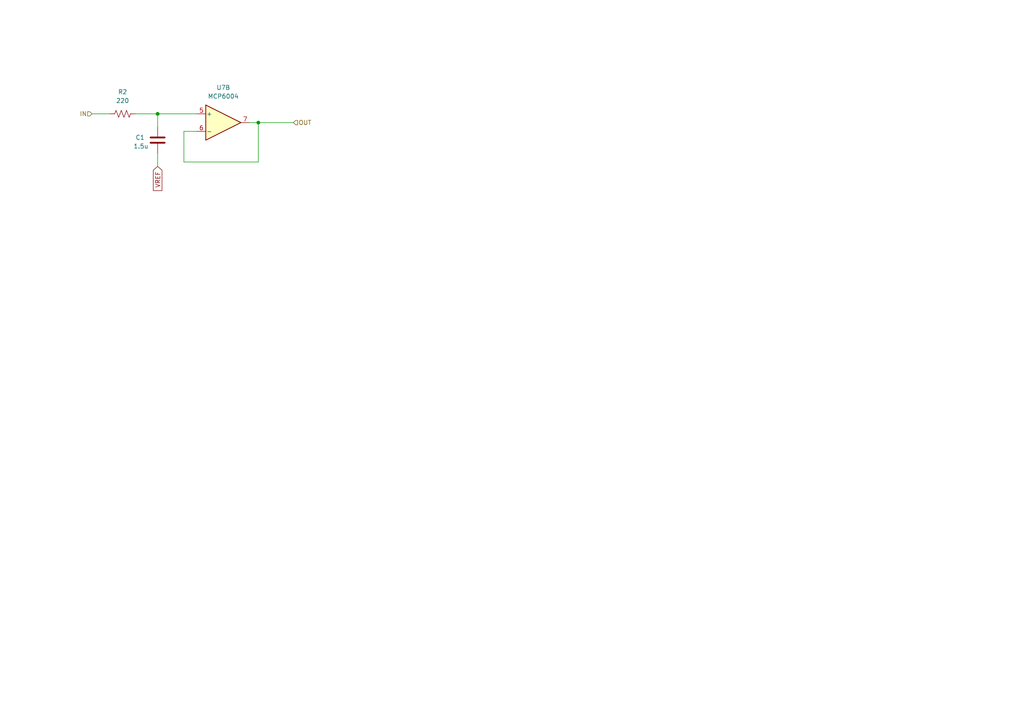
<source format=kicad_sch>
(kicad_sch (version 20250114) (generator "eeschema") (generator_version "9.0")
  (paper "A4")
  (lib_symbols
    (symbol "Amplifier_Operational:MCP6004" (pin_names (offset 0.127))
      (property "Reference" "U" (at 0 5.08 0))
      (property "Value" "MCP6004" (at 0 -5.08 0))
      (symbol "MCP6004_1_1"
        (polyline (pts (xy -5.08 5.08) (xy 5.08 0) (xy -5.08 -5.08) (xy -5.08 5.08)) (stroke (width 0.254)) (fill (type background)))
        (pin input line (at -7.62 2.54 0) (length 2.54) (name "+") (number "3"))
        (pin input line (at -7.62 -2.54 0) (length 2.54) (name "-") (number "2"))
        (pin output line (at 7.62 0 180) (length 2.54) (name "~") (number "1"))
      )
      (symbol "MCP6004_2_1"
        (polyline (pts (xy -5.08 5.08) (xy 5.08 0) (xy -5.08 -5.08) (xy -5.08 5.08)) (stroke (width 0.254)) (fill (type background)))
        (pin input line (at -7.62 2.54 0) (length 2.54) (name "+") (number "5"))
        (pin input line (at -7.62 -2.54 0) (length 2.54) (name "-") (number "6"))
        (pin output line (at 7.62 0 180) (length 2.54) (name "~") (number "7"))
      )
      (symbol "MCP6004_3_1"
        (polyline (pts (xy -5.08 5.08) (xy 5.08 0) (xy -5.08 -5.08) (xy -5.08 5.08)) (stroke (width 0.254)) (fill (type background)))
        (pin input line (at -7.62 2.54 0) (length 2.54) (name "+") (number "10"))
        (pin input line (at -7.62 -2.54 0) (length 2.54) (name "-") (number "9"))
        (pin output line (at 7.62 0 180) (length 2.54) (name "~") (number "8"))
      )
      (symbol "MCP6004_4_1"
        (polyline (pts (xy -5.08 5.08) (xy 5.08 0) (xy -5.08 -5.08) (xy -5.08 5.08)) (stroke (width 0.254)) (fill (type background)))
        (pin input line (at -7.62 2.54 0) (length 2.54) (name "+") (number "12"))
        (pin input line (at -7.62 -2.54 0) (length 2.54) (name "-") (number "13"))
        (pin output line (at 7.62 0 180) (length 2.54) (name "~") (number "14"))
      )
      (symbol "MCP6004_5_1"
        (pin power_in line (at -2.54 7.62 270) (length 3.81) (name "V+") (number "4"))
        (pin power_in line (at -2.54 -7.62 90) (length 3.81) (name "V-") (number "11"))
      )
    )
    (symbol "Device:C" (pin_numbers (hide yes)) (pin_names (offset 0.254))
      (property "Reference" "C" (at 0.635 2.54 0))
      (property "Value" "C" (at 0.635 -2.54 0))
      (symbol "C_0_1"
        (polyline (pts (xy -2.032 0.762) (xy 2.032 0.762)) (stroke (width 0.508)))
        (polyline (pts (xy -2.032 -0.762) (xy 2.032 -0.762)) (stroke (width 0.508)))
      )
      (symbol "C_1_1"
        (pin passive line (at 0 3.81 270) (length 2.794) (name "~") (number "1"))
        (pin passive line (at 0 -3.81 90) (length 2.794) (name "~") (number "2"))
      )
    )
    (symbol "Device:R_US" (pin_numbers (hide yes)) (pin_names (offset 0))
      (property "Reference" "R" (at 2.54 0 90))
      (property "Value" "R_US" (at -2.54 0 90))
      (symbol "R_US_0_1"
        (polyline (pts (xy 0 2.286) (xy 0 2.54)))
        (polyline (pts (xy 0 2.286) (xy 1.016 1.905) (xy 0 1.524) (xy -1.016 1.143) (xy 0 0.762)))
        (polyline (pts (xy 0 0.762) (xy 1.016 0.381) (xy 0 0) (xy -1.016 -0.381) (xy 0 -0.762)))
        (polyline (pts (xy 0 -0.762) (xy 1.016 -1.143) (xy 0 -1.524) (xy -1.016 -1.905) (xy 0 -2.286)))
        (polyline (pts (xy 0 -2.286) (xy 0 -2.54)))
      )
      (symbol "R_US_1_1"
        (pin passive line (at 0 3.81 270) (length 1.27) (name "~") (number "1"))
        (pin passive line (at 0 -3.81 90) (length 1.27) (name "~") (number "2"))
      )
    )
  )
  (junction (at 45.72 33.02))
  (junction (at 74.93 35.56))
  (wire (pts (xy 74.93 46.99) (xy 74.93 35.56)))
  (wire (pts (xy 45.72 36.83) (xy 45.72 33.02)))
  (wire (pts (xy 53.34 46.99) (xy 74.93 46.99)))
  (wire (pts (xy 26.67 33.02) (xy 31.75 33.02)))
  (wire (pts (xy 53.34 38.1) (xy 53.34 46.99)))
  (wire (pts (xy 74.93 35.56) (xy 72.39 35.56)))
  (wire (pts (xy 74.93 35.56) (xy 85.09 35.56)))
  (wire (pts (xy 45.72 33.02) (xy 57.15 33.02)))
  (wire (pts (xy 45.72 44.45) (xy 45.72 48.26)))
  (wire (pts (xy 57.15 38.1) (xy 53.34 38.1)))
  (wire (pts (xy 39.37 33.02) (xy 45.72 33.02)))
  (global_label "VREF" (shape input) (at 45.72 48.26 270) (property "Intersheetrefs" "${INTERSHEET_REFS}" (effects (hide yes))))
  (hierarchical_label "OUT" (shape input) (at 85.09 35.56 0))
  (hierarchical_label "IN" (shape input) (at 26.67 33.02 180))
  (symbol (lib_id "Device:R_US") (at 35.56 33.02 90) (unit 1)
    (property "Reference" "R2" (at 35.56 26.67 90))
    (property "Value" "220" (at 35.56 29.21 90))
    (property "Description" "Resistor, US symbol" (effects (hide yes)))
  )
  (symbol (lib_id "Device:C") (at 45.72 40.64 180) (unit 1)
    (property "Reference" "C1" (at 40.64 39.878 0))
    (property "Value" "1.5u" (at 40.894 42.418 0))
    (property "Description" "Unpolarized capacitor" (effects (hide yes)))
  )
  (symbol (lib_id "Amplifier_Operational:MCP6004") (at 64.77 35.56 0) (unit 2)
    (property "Reference" "U7" (at 64.77 25.4 0))
    (property "Value" "MCP6004" (at 64.77 27.94 0))
    (property "Datasheet" "http://ww1.microchip.com/downloads/en/DeviceDoc/21733j.pdf" (effects (hide yes)))
    (property "Description" "1MHz, Low-Power Op Amp, DIP-14/SOIC-14/TSSOP-14" (effects (hide yes)))
    (property "Sim.Library" "MCP6001.lib" (effects (hide yes)))
    (property "Sim.Name" "MCP6004" (effects (hide yes)))
    (property "Sim.Device" "SUBCKT" (effects (hide yes)))
    (property "Sim.Pins" "1=OUTA 2=A- 3=A+ 4=VDD 5=B+ 6=B- 7=OUTB 8=OUTC 9=C- 10=C+ 11=VSS 12=D+ 13=D- 14=OUTD" (effects (hide yes)))
  )
)
</source>
